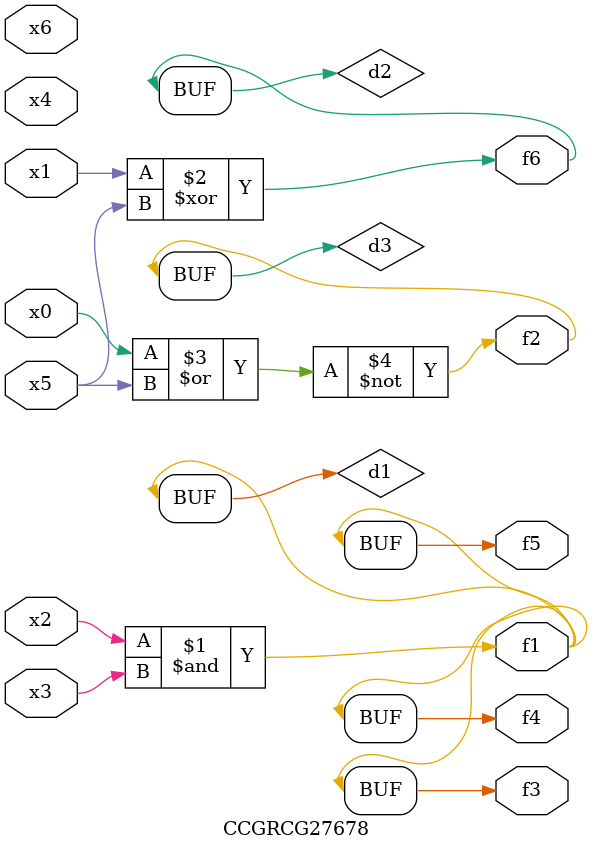
<source format=v>
module CCGRCG27678(
	input x0, x1, x2, x3, x4, x5, x6,
	output f1, f2, f3, f4, f5, f6
);

	wire d1, d2, d3;

	and (d1, x2, x3);
	xor (d2, x1, x5);
	nor (d3, x0, x5);
	assign f1 = d1;
	assign f2 = d3;
	assign f3 = d1;
	assign f4 = d1;
	assign f5 = d1;
	assign f6 = d2;
endmodule

</source>
